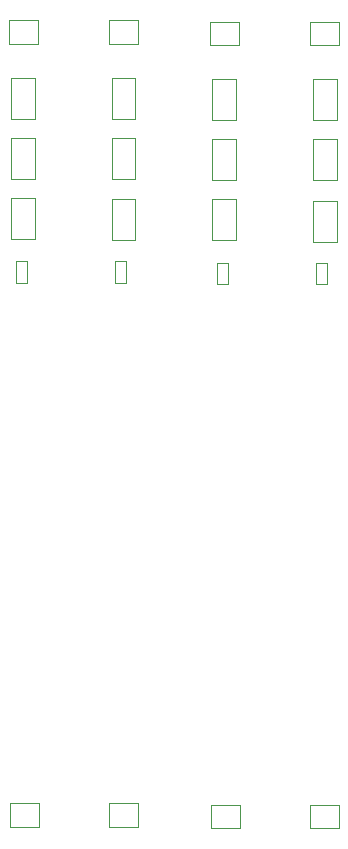
<source format=gbr>
G04 DesignSpark PCB Gerber Version 11.0 Build 5877*
G04 #@! TF.Part,Single*
G04 #@! TF.FileFunction,Other,Temp Sensor to cell - Documentation*
G04 #@! TF.FilePolarity,Positive*
%FSLAX35Y35*%
%MOIN*%
%ADD15C,0.00197*%
G04 #@! TD.AperFunction*
X0Y0D02*
D02*
D15*
X7396Y272268D02*
X17041D01*
Y264394D01*
X7396D01*
Y272268D01*
X7896Y11268D02*
X17541D01*
Y3394D01*
X7896D01*
Y11268D01*
X8281Y253122D02*
Y239539D01*
X16156D01*
Y253122D01*
X8281D01*
X8313Y233122D02*
Y219539D01*
X16187D01*
Y233122D01*
X8313D01*
X13530Y191913D02*
Y184748D01*
X9907D01*
Y191913D01*
X13530D01*
X16156Y199539D02*
Y213122D01*
X8281D01*
Y199539D01*
X16156D01*
X40927Y11268D02*
X50573D01*
Y3394D01*
X40927D01*
Y11268D01*
Y272268D02*
X50573D01*
Y264394D01*
X40927D01*
Y272268D01*
X41813Y233122D02*
Y219539D01*
X49687D01*
Y233122D01*
X41813D01*
Y253122D02*
Y239539D01*
X49687D01*
Y253122D01*
X41813D01*
X46561Y191913D02*
Y184748D01*
X42939D01*
Y191913D01*
X46561D01*
X49687Y199039D02*
Y212622D01*
X41813D01*
Y199039D01*
X49687D01*
X74427Y271768D02*
X84073D01*
Y263894D01*
X74427D01*
Y271768D01*
X74927Y10768D02*
X84573D01*
Y2894D01*
X74927D01*
Y10768D01*
X75313Y252622D02*
Y239039D01*
X83187D01*
Y252622D01*
X75313D01*
X75344Y232622D02*
Y219039D01*
X83219D01*
Y232622D01*
X75344D01*
X80561Y191413D02*
Y184248D01*
X76939D01*
Y191413D01*
X80561D01*
X83187Y199039D02*
Y212622D01*
X75313D01*
Y199039D01*
X83187D01*
X107959Y10768D02*
X117604D01*
Y2894D01*
X107959D01*
Y10768D01*
Y271768D02*
X117604D01*
Y263894D01*
X107959D01*
Y271768D01*
X108844Y232622D02*
Y219039D01*
X116719D01*
Y232622D01*
X108844D01*
Y252622D02*
Y239039D01*
X116719D01*
Y252622D01*
X108844D01*
X113593Y191413D02*
Y184248D01*
X109970D01*
Y191413D01*
X113593D01*
X116719Y198539D02*
Y212122D01*
X108844D01*
Y198539D01*
X116719D01*
X0Y0D02*
M02*

</source>
